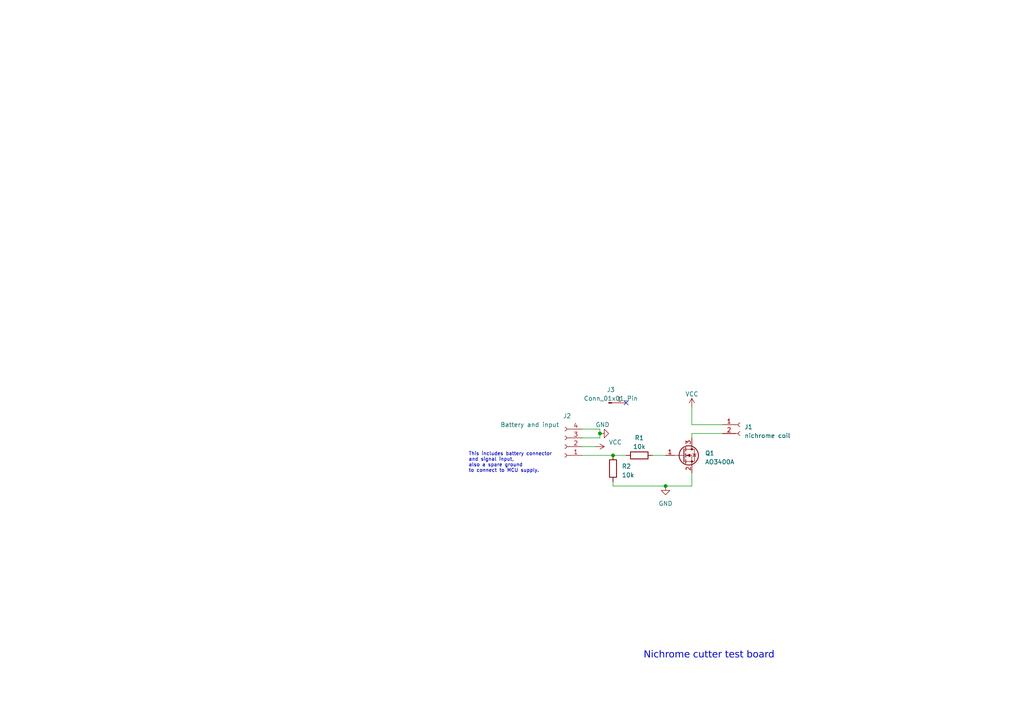
<source format=kicad_sch>
(kicad_sch (version 20230121) (generator eeschema)
  (paper "A4")
  (lib_symbols
    (symbol "Connector:Conn_01x01_Pin" (pin_names (offset 1.016) hide)
      (property "Reference" "J" (at 0 2.54 0))
      (property "Value" "Conn_01x01_Pin" (at 0 -2.54 0))
      (symbol "Conn_01x01_Pin_1_1"
        (polyline (pts (xy 1.27 0) (xy 0.8636 0)) (stroke (width 0.1524)))
        (rectangle (start 0.8636 0.127) (end 0 -0.127) (stroke (width 0.1524)) (fill (type outline)))
        (pin passive line (at 5.08 0 180) (length 3.81) (name "Pin_1") (number "1"))
      )
    )
    (symbol "Connector:Conn_01x02_Socket" (pin_names (offset 1.016) hide)
      (property "Reference" "J" (at 0 2.54 0))
      (property "Value" "Conn_01x02_Socket" (at 0 -5.08 0))
      (symbol "Conn_01x02_Socket_1_1"
        (arc (start 0 -2.032) (mid -0.5058 -2.54) (end 0 -3.048) (stroke (width 0.1524)))
        (polyline (pts (xy -1.27 -2.54) (xy -0.508 -2.54)) (stroke (width 0.1524)))
        (polyline (pts (xy -1.27 0) (xy -0.508 0)) (stroke (width 0.1524)))
        (arc (start 0 0.508) (mid -0.5058 0) (end 0 -0.508) (stroke (width 0.1524)))
        (pin passive line (at -5.08 0 0) (length 3.81) (name "Pin_1") (number "1"))
        (pin passive line (at -5.08 -2.54 0) (length 3.81) (name "Pin_2") (number "2"))
      )
    )
    (symbol "Connector:Conn_01x04_Socket" (pin_names (offset 1.016) hide)
      (property "Reference" "J" (at 0 5.08 0))
      (property "Value" "Conn_01x04_Socket" (at 0 -7.62 0))
      (symbol "Conn_01x04_Socket_1_1"
        (arc (start 0 -4.572) (mid -0.5058 -5.08) (end 0 -5.588) (stroke (width 0.1524)))
        (arc (start 0 -2.032) (mid -0.5058 -2.54) (end 0 -3.048) (stroke (width 0.1524)))
        (polyline (pts (xy -1.27 -5.08) (xy -0.508 -5.08)) (stroke (width 0.1524)))
        (polyline (pts (xy -1.27 -2.54) (xy -0.508 -2.54)) (stroke (width 0.1524)))
        (polyline (pts (xy -1.27 0) (xy -0.508 0)) (stroke (width 0.1524)))
        (polyline (pts (xy -1.27 2.54) (xy -0.508 2.54)) (stroke (width 0.1524)))
        (arc (start 0 0.508) (mid -0.5058 0) (end 0 -0.508) (stroke (width 0.1524)))
        (arc (start 0 3.048) (mid -0.5058 2.54) (end 0 2.032) (stroke (width 0.1524)))
        (pin passive line (at -5.08 2.54 0) (length 3.81) (name "Pin_1") (number "1"))
        (pin passive line (at -5.08 0 0) (length 3.81) (name "Pin_2") (number "2"))
        (pin passive line (at -5.08 -2.54 0) (length 3.81) (name "Pin_3") (number "3"))
        (pin passive line (at -5.08 -5.08 0) (length 3.81) (name "Pin_4") (number "4"))
      )
    )
    (symbol "Device:R" (pin_numbers hide) (pin_names (offset 0))
      (property "Reference" "R" (at 2.032 0 90))
      (property "Value" "R" (at 0 0 90))
      (symbol "R_0_1"
        (rectangle (start -1.016 -2.54) (end 1.016 2.54) (stroke (width 0.254)))
      )
      (symbol "R_1_1"
        (pin passive line (at 0 3.81 270) (length 1.27) (name "~") (number "1"))
        (pin passive line (at 0 -3.81 90) (length 1.27) (name "~") (number "2"))
      )
    )
    (symbol "Transistor_FET:AO3400A" (pin_names hide)
      (property "Reference" "Q" (at 5.08 1.905 0))
      (property "Value" "AO3400A" (at 5.08 0 0))
      (symbol "AO3400A_0_1"
        (polyline (pts (xy 0.254 0) (xy -2.54 0)))
        (polyline (pts (xy 0.254 1.905) (xy 0.254 -1.905)) (stroke (width 0.254)))
        (polyline (pts (xy 0.762 -1.27) (xy 0.762 -2.286)) (stroke (width 0.254)))
        (polyline (pts (xy 0.762 0.508) (xy 0.762 -0.508)) (stroke (width 0.254)))
        (polyline (pts (xy 0.762 2.286) (xy 0.762 1.27)) (stroke (width 0.254)))
        (polyline (pts (xy 2.54 2.54) (xy 2.54 1.778)))
        (polyline (pts (xy 2.54 -2.54) (xy 2.54 0) (xy 0.762 0)))
        (polyline (pts (xy 0.762 -1.778) (xy 3.302 -1.778) (xy 3.302 1.778) (xy 0.762 1.778)))
        (polyline (pts (xy 1.016 0) (xy 2.032 0.381) (xy 2.032 -0.381) (xy 1.016 0)) (fill (type outline)))
        (polyline (pts (xy 2.794 0.508) (xy 2.921 0.381) (xy 3.683 0.381) (xy 3.81 0.254)))
        (polyline (pts (xy 3.302 0.381) (xy 2.921 -0.254) (xy 3.683 -0.254) (xy 3.302 0.381)))
        (circle (center 1.651 0) (radius 2.794) (stroke (width 0.254)))
        (circle (center 2.54 -1.778) (radius 0.254) (fill (type outline)))
        (circle (center 2.54 1.778) (radius 0.254) (fill (type outline)))
      )
      (symbol "AO3400A_1_1"
        (pin input line (at -5.08 0 0) (length 2.54) (name "G") (number "1"))
        (pin passive line (at 2.54 -5.08 90) (length 2.54) (name "S") (number "2"))
        (pin passive line (at 2.54 5.08 270) (length 2.54) (name "D") (number "3"))
      )
    )
    (symbol "power:GND" (power) (pin_names (offset 0))
      (property "Value" "GND" (at 0 -3.81 0))
      (symbol "GND_0_1"
        (polyline (pts (xy 0 0) (xy 0 -1.27) (xy 1.27 -1.27) (xy 0 -2.54) (xy -1.27 -1.27) (xy 0 -1.27)))
      )
      (symbol "GND_1_1"
        (pin power_in line (at 0 0 270) (length 0) hide (name "GND") (number "1"))
      )
    )
    (symbol "power:VCC" (power) (pin_names (offset 0))
      (property "Value" "VCC" (at 0 3.81 0))
      (symbol "VCC_0_1"
        (polyline (pts (xy -0.762 1.27) (xy 0 2.54)))
        (polyline (pts (xy 0 0) (xy 0 2.54)))
        (polyline (pts (xy 0 2.54) (xy 0.762 1.27)))
      )
      (symbol "VCC_1_1"
        (pin power_in line (at 0 0 90) (length 0) hide (name "VCC") (number "1"))
      )
    )
  )
  (junction (at 173.99 125.73))
  (junction (at 193.04 140.97))
  (junction (at 177.8 132.08))
  (no_connect (at 181.61 116.84))
  (wire (pts (xy 168.91 124.46) (xy 173.99 124.46)))
  (wire (pts (xy 177.8 139.7) (xy 177.8 140.97)))
  (wire (pts (xy 193.04 140.97) (xy 200.66 140.97)))
  (wire (pts (xy 173.99 125.73) (xy 173.99 127)))
  (wire (pts (xy 189.23 132.08) (xy 193.04 132.08)))
  (wire (pts (xy 177.8 132.08) (xy 181.61 132.08)))
  (wire (pts (xy 168.91 129.54) (xy 172.72 129.54)))
  (wire (pts (xy 168.91 127) (xy 173.99 127)))
  (wire (pts (xy 177.8 140.97) (xy 193.04 140.97)))
  (wire (pts (xy 173.99 125.73) (xy 173.99 124.46)))
  (wire (pts (xy 168.91 132.08) (xy 177.8 132.08)))
  (wire (pts (xy 200.66 137.16) (xy 200.66 140.97)))
  (wire (pts (xy 200.66 125.73) (xy 209.55 125.73)))
  (wire (pts (xy 200.66 127) (xy 200.66 125.73)))
  (wire (pts (xy 200.66 123.19) (xy 209.55 123.19)))
  (wire (pts (xy 200.66 123.19) (xy 200.66 118.11)))
  (text "This includes battery connector\nand signal input, \nalso a spare ground \nto connect to MCU supply. " (at 135.89 137.16 0) (effects (font (size 1 1)) (justify left bottom)))
  (text "Nichrome cutter test board" (at 186.69 191.77 0) (effects (font (size 2 2)) (justify left bottom)))
  (symbol (lib_id "Transistor_FET:AO3400A") (at 198.12 132.08 0) (unit 1)
    (property "Reference" "Q1" (at 204.47 131.445 0) (effects (justify left)))
    (property "Value" "AO3400A" (at 204.47 133.985 0) (effects (justify left)))
    (property "Footprint" "Package_TO_SOT_SMD:SOT-23" (effects hide))
    (property "Datasheet" "http://www.aosmd.com/pdfs/datasheet/AO3400A.pdf" (effects hide))
    (property "LCSC" "C20917" (effects hide))
  )
  (symbol (lib_id "Device:R") (at 177.8 135.89 0) (unit 1)
    (property "Reference" "R2" (at 180.34 135.255 0) (effects (justify left)))
    (property "Value" "10k" (at 180.34 137.795 0) (effects (justify left)))
    (property "Footprint" "Resistor_SMD:R_0805_2012Metric_Pad1.20x1.40mm_HandSolder" (effects hide))
    (property "LCSC" "C17414" (effects hide))
  )
  (symbol (lib_id "power:GND") (at 193.04 140.97 0) (unit 1)
    (property "Reference" "#PWR01" (effects hide))
    (property "Value" "GND" (at 193.04 146.05 0))
  )
  (symbol (lib_id "Connector:Conn_01x04_Socket") (at 163.83 129.54 180) (unit 1)
    (property "Reference" "J2" (at 164.465 120.65 0))
    (property "Value" "Battery and input" (at 153.67 123.19 0))
    (property "Footprint" "Connector_PinHeader_2.54mm:PinHeader_1x04_P2.54mm_Vertical" (effects hide))
  )
  (symbol (lib_id "Connector:Conn_01x02_Socket") (at 214.63 123.19 0) (unit 1)
    (property "Reference" "J1" (at 215.9 123.825 0) (effects (justify left)))
    (property "Value" "nichrome coil" (at 215.9 126.365 0) (effects (justify left)))
    (property "Footprint" "C_Dog_470:nichrome_coil_7mm" (effects hide))
  )
  (symbol (lib_id "power:VCC") (at 200.66 118.11 0) (unit 1)
    (property "Reference" "#PWR03" (effects hide))
    (property "Value" "VCC" (at 200.66 114.3 0))
  )
  (symbol (lib_id "power:VCC") (at 172.72 129.54 270) (unit 1)
    (property "Reference" "#PWR04" (effects hide))
    (property "Value" "VCC" (at 176.53 128.27 90) (effects (justify left)))
  )
  (symbol (lib_id "Connector:Conn_01x01_Pin") (at 176.53 116.84 0) (unit 1)
    (property "Reference" "J3" (at 177.165 113.03 0))
    (property "Value" "Conn_01x01_Pin" (at 177.165 115.57 0))
    (property "Footprint" "Connector_PinHeader_2.54mm:PinHeader_1x01_P2.54mm_Vertical" (effects hide))
  )
  (symbol (lib_id "power:GND") (at 173.99 125.73 90) (unit 1)
    (property "Reference" "#PWR02" (effects hide))
    (property "Value" "GND" (at 172.72 123.19 90) (effects (justify right)))
  )
  (symbol (lib_id "Device:R") (at 185.42 132.08 90) (unit 1)
    (property "Reference" "R1" (at 185.42 127 90))
    (property "Value" "10k" (at 185.42 129.54 90))
    (property "Footprint" "Resistor_SMD:R_0805_2012Metric_Pad1.20x1.40mm_HandSolder" (effects hide))
    (property "LCSC" "C17414" (effects hide))
  )
)
</source>
